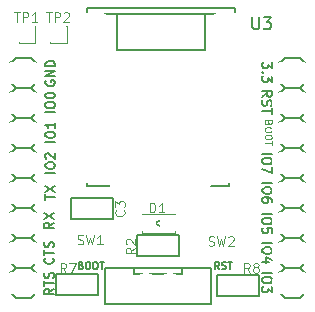
<source format=gto>
G04 #@! TF.GenerationSoftware,KiCad,Pcbnew,(5.1.2)-1*
G04 #@! TF.CreationDate,2022-10-09T20:42:29+09:00*
G04 #@! TF.ProjectId,ble5,626c6535-2e6b-4696-9361-645f70636258,v2.1*
G04 #@! TF.SameCoordinates,Original*
G04 #@! TF.FileFunction,Legend,Top*
G04 #@! TF.FilePolarity,Positive*
%FSLAX46Y46*%
G04 Gerber Fmt 4.6, Leading zero omitted, Abs format (unit mm)*
G04 Created by KiCad (PCBNEW (5.1.2)-1) date 2022-10-09 20:42:29*
%MOMM*%
%LPD*%
G04 APERTURE LIST*
%ADD10C,0.150000*%
%ADD11C,0.200000*%
%ADD12C,0.120000*%
%ADD13C,0.180000*%
%ADD14C,0.066040*%
%ADD15C,0.127000*%
%ADD16C,0.152400*%
%ADD17C,0.100000*%
%ADD18O,2.800000X1.200000*%
%ADD19O,1.200000X2.800000*%
%ADD20R,1.400000X1.400000*%
%ADD21R,1.500000X1.400000*%
%ADD22R,1.449020X1.479500*%
%ADD23O,3.448000X1.924000*%
%ADD24R,1.450000X1.050000*%
%ADD25O,1.924000X2.200000*%
G04 APERTURE END LIST*
D10*
X130871428Y-61071428D02*
X130671428Y-60785714D01*
X130528571Y-61071428D02*
X130528571Y-60471428D01*
X130757142Y-60471428D01*
X130814285Y-60500000D01*
X130842857Y-60528571D01*
X130871428Y-60585714D01*
X130871428Y-60671428D01*
X130842857Y-60728571D01*
X130814285Y-60757142D01*
X130757142Y-60785714D01*
X130528571Y-60785714D01*
X131100000Y-61042857D02*
X131185714Y-61071428D01*
X131328571Y-61071428D01*
X131385714Y-61042857D01*
X131414285Y-61014285D01*
X131442857Y-60957142D01*
X131442857Y-60900000D01*
X131414285Y-60842857D01*
X131385714Y-60814285D01*
X131328571Y-60785714D01*
X131214285Y-60757142D01*
X131157142Y-60728571D01*
X131128571Y-60700000D01*
X131100000Y-60642857D01*
X131100000Y-60585714D01*
X131128571Y-60528571D01*
X131157142Y-60500000D01*
X131214285Y-60471428D01*
X131357142Y-60471428D01*
X131442857Y-60500000D01*
X131614285Y-60471428D02*
X131957142Y-60471428D01*
X131785714Y-61071428D02*
X131785714Y-60471428D01*
X119185714Y-60757142D02*
X119271428Y-60785714D01*
X119300000Y-60814285D01*
X119328571Y-60871428D01*
X119328571Y-60957142D01*
X119300000Y-61014285D01*
X119271428Y-61042857D01*
X119214285Y-61071428D01*
X118985714Y-61071428D01*
X118985714Y-60471428D01*
X119185714Y-60471428D01*
X119242857Y-60500000D01*
X119271428Y-60528571D01*
X119300000Y-60585714D01*
X119300000Y-60642857D01*
X119271428Y-60700000D01*
X119242857Y-60728571D01*
X119185714Y-60757142D01*
X118985714Y-60757142D01*
X119700000Y-60471428D02*
X119814285Y-60471428D01*
X119871428Y-60500000D01*
X119928571Y-60557142D01*
X119957142Y-60671428D01*
X119957142Y-60871428D01*
X119928571Y-60985714D01*
X119871428Y-61042857D01*
X119814285Y-61071428D01*
X119700000Y-61071428D01*
X119642857Y-61042857D01*
X119585714Y-60985714D01*
X119557142Y-60871428D01*
X119557142Y-60671428D01*
X119585714Y-60557142D01*
X119642857Y-60500000D01*
X119700000Y-60471428D01*
X120328571Y-60471428D02*
X120442857Y-60471428D01*
X120500000Y-60500000D01*
X120557142Y-60557142D01*
X120585714Y-60671428D01*
X120585714Y-60871428D01*
X120557142Y-60985714D01*
X120500000Y-61042857D01*
X120442857Y-61071428D01*
X120328571Y-61071428D01*
X120271428Y-61042857D01*
X120214285Y-60985714D01*
X120185714Y-60871428D01*
X120185714Y-60671428D01*
X120214285Y-60557142D01*
X120271428Y-60500000D01*
X120328571Y-60471428D01*
X120757142Y-60471428D02*
X121100000Y-60471428D01*
X120928571Y-61071428D02*
X120928571Y-60471428D01*
D11*
X135338095Y-43561904D02*
X135338095Y-44057142D01*
X135033333Y-43790476D01*
X135033333Y-43904761D01*
X134995238Y-43980952D01*
X134957142Y-44019047D01*
X134880952Y-44057142D01*
X134690476Y-44057142D01*
X134614285Y-44019047D01*
X134576190Y-43980952D01*
X134538095Y-43904761D01*
X134538095Y-43676190D01*
X134576190Y-43600000D01*
X134614285Y-43561904D01*
X134614285Y-44400000D02*
X134576190Y-44438095D01*
X134538095Y-44400000D01*
X134576190Y-44361904D01*
X134614285Y-44400000D01*
X134538095Y-44400000D01*
X135338095Y-44704761D02*
X135338095Y-45200000D01*
X135033333Y-44933333D01*
X135033333Y-45047619D01*
X134995238Y-45123809D01*
X134957142Y-45161904D01*
X134880952Y-45200000D01*
X134690476Y-45200000D01*
X134614285Y-45161904D01*
X134576190Y-45123809D01*
X134538095Y-45047619D01*
X134538095Y-44819047D01*
X134576190Y-44742857D01*
X134614285Y-44704761D01*
X134538095Y-46461904D02*
X134919047Y-46195238D01*
X134538095Y-46004761D02*
X135338095Y-46004761D01*
X135338095Y-46309523D01*
X135300000Y-46385714D01*
X135261904Y-46423809D01*
X135185714Y-46461904D01*
X135071428Y-46461904D01*
X134995238Y-46423809D01*
X134957142Y-46385714D01*
X134919047Y-46309523D01*
X134919047Y-46004761D01*
X134576190Y-46766666D02*
X134538095Y-46880952D01*
X134538095Y-47071428D01*
X134576190Y-47147619D01*
X134614285Y-47185714D01*
X134690476Y-47223809D01*
X134766666Y-47223809D01*
X134842857Y-47185714D01*
X134880952Y-47147619D01*
X134919047Y-47071428D01*
X134957142Y-46919047D01*
X134995238Y-46842857D01*
X135033333Y-46804761D01*
X135109523Y-46766666D01*
X135185714Y-46766666D01*
X135261904Y-46804761D01*
X135300000Y-46842857D01*
X135338095Y-46919047D01*
X135338095Y-47109523D01*
X135300000Y-47223809D01*
X135338095Y-47452380D02*
X135338095Y-47909523D01*
X134538095Y-47680952D02*
X135338095Y-47680952D01*
D12*
X135042857Y-48685714D02*
X135014285Y-48771428D01*
X134985714Y-48800000D01*
X134928571Y-48828571D01*
X134842857Y-48828571D01*
X134785714Y-48800000D01*
X134757142Y-48771428D01*
X134728571Y-48714285D01*
X134728571Y-48485714D01*
X135328571Y-48485714D01*
X135328571Y-48685714D01*
X135300000Y-48742857D01*
X135271428Y-48771428D01*
X135214285Y-48800000D01*
X135157142Y-48800000D01*
X135100000Y-48771428D01*
X135071428Y-48742857D01*
X135042857Y-48685714D01*
X135042857Y-48485714D01*
X135328571Y-49200000D02*
X135328571Y-49314285D01*
X135300000Y-49371428D01*
X135242857Y-49428571D01*
X135128571Y-49457142D01*
X134928571Y-49457142D01*
X134814285Y-49428571D01*
X134757142Y-49371428D01*
X134728571Y-49314285D01*
X134728571Y-49200000D01*
X134757142Y-49142857D01*
X134814285Y-49085714D01*
X134928571Y-49057142D01*
X135128571Y-49057142D01*
X135242857Y-49085714D01*
X135300000Y-49142857D01*
X135328571Y-49200000D01*
X135328571Y-49828571D02*
X135328571Y-49942857D01*
X135300000Y-50000000D01*
X135242857Y-50057142D01*
X135128571Y-50085714D01*
X134928571Y-50085714D01*
X134814285Y-50057142D01*
X134757142Y-50000000D01*
X134728571Y-49942857D01*
X134728571Y-49828571D01*
X134757142Y-49771428D01*
X134814285Y-49714285D01*
X134928571Y-49685714D01*
X135128571Y-49685714D01*
X135242857Y-49714285D01*
X135300000Y-49771428D01*
X135328571Y-49828571D01*
X135328571Y-50257142D02*
X135328571Y-50600000D01*
X134728571Y-50428571D02*
X135328571Y-50428571D01*
D11*
X134538095Y-51300000D02*
X135338095Y-51300000D01*
X135338095Y-51833333D02*
X135338095Y-51985714D01*
X135300000Y-52061904D01*
X135223809Y-52138095D01*
X135071428Y-52176190D01*
X134804761Y-52176190D01*
X134652380Y-52138095D01*
X134576190Y-52061904D01*
X134538095Y-51985714D01*
X134538095Y-51833333D01*
X134576190Y-51757142D01*
X134652380Y-51680952D01*
X134804761Y-51642857D01*
X135071428Y-51642857D01*
X135223809Y-51680952D01*
X135300000Y-51757142D01*
X135338095Y-51833333D01*
X135338095Y-52442857D02*
X135338095Y-52976190D01*
X134538095Y-52633333D01*
X134538095Y-53800000D02*
X135338095Y-53800000D01*
X135338095Y-54333333D02*
X135338095Y-54485714D01*
X135300000Y-54561904D01*
X135223809Y-54638095D01*
X135071428Y-54676190D01*
X134804761Y-54676190D01*
X134652380Y-54638095D01*
X134576190Y-54561904D01*
X134538095Y-54485714D01*
X134538095Y-54333333D01*
X134576190Y-54257142D01*
X134652380Y-54180952D01*
X134804761Y-54142857D01*
X135071428Y-54142857D01*
X135223809Y-54180952D01*
X135300000Y-54257142D01*
X135338095Y-54333333D01*
X135338095Y-55361904D02*
X135338095Y-55209523D01*
X135300000Y-55133333D01*
X135261904Y-55095238D01*
X135147619Y-55019047D01*
X134995238Y-54980952D01*
X134690476Y-54980952D01*
X134614285Y-55019047D01*
X134576190Y-55057142D01*
X134538095Y-55133333D01*
X134538095Y-55285714D01*
X134576190Y-55361904D01*
X134614285Y-55400000D01*
X134690476Y-55438095D01*
X134880952Y-55438095D01*
X134957142Y-55400000D01*
X134995238Y-55361904D01*
X135033333Y-55285714D01*
X135033333Y-55133333D01*
X134995238Y-55057142D01*
X134957142Y-55019047D01*
X134880952Y-54980952D01*
X134538095Y-56400000D02*
X135338095Y-56400000D01*
X135338095Y-56933333D02*
X135338095Y-57085714D01*
X135300000Y-57161904D01*
X135223809Y-57238095D01*
X135071428Y-57276190D01*
X134804761Y-57276190D01*
X134652380Y-57238095D01*
X134576190Y-57161904D01*
X134538095Y-57085714D01*
X134538095Y-56933333D01*
X134576190Y-56857142D01*
X134652380Y-56780952D01*
X134804761Y-56742857D01*
X135071428Y-56742857D01*
X135223809Y-56780952D01*
X135300000Y-56857142D01*
X135338095Y-56933333D01*
X135338095Y-58000000D02*
X135338095Y-57619047D01*
X134957142Y-57580952D01*
X134995238Y-57619047D01*
X135033333Y-57695238D01*
X135033333Y-57885714D01*
X134995238Y-57961904D01*
X134957142Y-58000000D01*
X134880952Y-58038095D01*
X134690476Y-58038095D01*
X134614285Y-58000000D01*
X134576190Y-57961904D01*
X134538095Y-57885714D01*
X134538095Y-57695238D01*
X134576190Y-57619047D01*
X134614285Y-57580952D01*
X134538095Y-58900000D02*
X135338095Y-58900000D01*
X135338095Y-59433333D02*
X135338095Y-59585714D01*
X135300000Y-59661904D01*
X135223809Y-59738095D01*
X135071428Y-59776190D01*
X134804761Y-59776190D01*
X134652380Y-59738095D01*
X134576190Y-59661904D01*
X134538095Y-59585714D01*
X134538095Y-59433333D01*
X134576190Y-59357142D01*
X134652380Y-59280952D01*
X134804761Y-59242857D01*
X135071428Y-59242857D01*
X135223809Y-59280952D01*
X135300000Y-59357142D01*
X135338095Y-59433333D01*
X135071428Y-60461904D02*
X134538095Y-60461904D01*
X135376190Y-60271428D02*
X134804761Y-60080952D01*
X134804761Y-60576190D01*
X134538095Y-61400000D02*
X135338095Y-61400000D01*
X135338095Y-61933333D02*
X135338095Y-62085714D01*
X135300000Y-62161904D01*
X135223809Y-62238095D01*
X135071428Y-62276190D01*
X134804761Y-62276190D01*
X134652380Y-62238095D01*
X134576190Y-62161904D01*
X134538095Y-62085714D01*
X134538095Y-61933333D01*
X134576190Y-61857142D01*
X134652380Y-61780952D01*
X134804761Y-61742857D01*
X135071428Y-61742857D01*
X135223809Y-61780952D01*
X135300000Y-61857142D01*
X135338095Y-61933333D01*
X135338095Y-62542857D02*
X135338095Y-63038095D01*
X135033333Y-62771428D01*
X135033333Y-62885714D01*
X134995238Y-62961904D01*
X134957142Y-63000000D01*
X134880952Y-63038095D01*
X134690476Y-63038095D01*
X134614285Y-63000000D01*
X134576190Y-62961904D01*
X134538095Y-62885714D01*
X134538095Y-62657142D01*
X134576190Y-62580952D01*
X134614285Y-62542857D01*
X116861904Y-62738095D02*
X116480952Y-63004761D01*
X116861904Y-63195238D02*
X116061904Y-63195238D01*
X116061904Y-62890476D01*
X116100000Y-62814285D01*
X116138095Y-62776190D01*
X116214285Y-62738095D01*
X116328571Y-62738095D01*
X116404761Y-62776190D01*
X116442857Y-62814285D01*
X116480952Y-62890476D01*
X116480952Y-63195238D01*
X116061904Y-62509523D02*
X116061904Y-62052380D01*
X116861904Y-62280952D02*
X116061904Y-62280952D01*
X116823809Y-61823809D02*
X116861904Y-61709523D01*
X116861904Y-61519047D01*
X116823809Y-61442857D01*
X116785714Y-61404761D01*
X116709523Y-61366666D01*
X116633333Y-61366666D01*
X116557142Y-61404761D01*
X116519047Y-61442857D01*
X116480952Y-61519047D01*
X116442857Y-61671428D01*
X116404761Y-61747619D01*
X116366666Y-61785714D01*
X116290476Y-61823809D01*
X116214285Y-61823809D01*
X116138095Y-61785714D01*
X116100000Y-61747619D01*
X116061904Y-61671428D01*
X116061904Y-61480952D01*
X116100000Y-61366666D01*
X116785714Y-60138095D02*
X116823809Y-60176190D01*
X116861904Y-60290476D01*
X116861904Y-60366666D01*
X116823809Y-60480952D01*
X116747619Y-60557142D01*
X116671428Y-60595238D01*
X116519047Y-60633333D01*
X116404761Y-60633333D01*
X116252380Y-60595238D01*
X116176190Y-60557142D01*
X116100000Y-60480952D01*
X116061904Y-60366666D01*
X116061904Y-60290476D01*
X116100000Y-60176190D01*
X116138095Y-60138095D01*
X116061904Y-59909523D02*
X116061904Y-59452380D01*
X116861904Y-59680952D02*
X116061904Y-59680952D01*
X116823809Y-59223809D02*
X116861904Y-59109523D01*
X116861904Y-58919047D01*
X116823809Y-58842857D01*
X116785714Y-58804761D01*
X116709523Y-58766666D01*
X116633333Y-58766666D01*
X116557142Y-58804761D01*
X116519047Y-58842857D01*
X116480952Y-58919047D01*
X116442857Y-59071428D01*
X116404761Y-59147619D01*
X116366666Y-59185714D01*
X116290476Y-59223809D01*
X116214285Y-59223809D01*
X116138095Y-59185714D01*
X116100000Y-59147619D01*
X116061904Y-59071428D01*
X116061904Y-58880952D01*
X116100000Y-58766666D01*
X116861904Y-57133333D02*
X116480952Y-57400000D01*
X116861904Y-57590476D02*
X116061904Y-57590476D01*
X116061904Y-57285714D01*
X116100000Y-57209523D01*
X116138095Y-57171428D01*
X116214285Y-57133333D01*
X116328571Y-57133333D01*
X116404761Y-57171428D01*
X116442857Y-57209523D01*
X116480952Y-57285714D01*
X116480952Y-57590476D01*
X116061904Y-56866666D02*
X116861904Y-56333333D01*
X116061904Y-56333333D02*
X116861904Y-56866666D01*
X116161904Y-55209523D02*
X116161904Y-54752380D01*
X116961904Y-54980952D02*
X116161904Y-54980952D01*
X116161904Y-54561904D02*
X116961904Y-54028571D01*
X116161904Y-54028571D02*
X116961904Y-54561904D01*
X116961904Y-52900000D02*
X116161904Y-52900000D01*
X116161904Y-52366666D02*
X116161904Y-52214285D01*
X116200000Y-52138095D01*
X116276190Y-52061904D01*
X116428571Y-52023809D01*
X116695238Y-52023809D01*
X116847619Y-52061904D01*
X116923809Y-52138095D01*
X116961904Y-52214285D01*
X116961904Y-52366666D01*
X116923809Y-52442857D01*
X116847619Y-52519047D01*
X116695238Y-52557142D01*
X116428571Y-52557142D01*
X116276190Y-52519047D01*
X116200000Y-52442857D01*
X116161904Y-52366666D01*
X116238095Y-51719047D02*
X116200000Y-51680952D01*
X116161904Y-51604761D01*
X116161904Y-51414285D01*
X116200000Y-51338095D01*
X116238095Y-51300000D01*
X116314285Y-51261904D01*
X116390476Y-51261904D01*
X116504761Y-51300000D01*
X116961904Y-51757142D01*
X116961904Y-51261904D01*
X116961904Y-50300000D02*
X116161904Y-50300000D01*
X116161904Y-49766666D02*
X116161904Y-49614285D01*
X116200000Y-49538095D01*
X116276190Y-49461904D01*
X116428571Y-49423809D01*
X116695238Y-49423809D01*
X116847619Y-49461904D01*
X116923809Y-49538095D01*
X116961904Y-49614285D01*
X116961904Y-49766666D01*
X116923809Y-49842857D01*
X116847619Y-49919047D01*
X116695238Y-49957142D01*
X116428571Y-49957142D01*
X116276190Y-49919047D01*
X116200000Y-49842857D01*
X116161904Y-49766666D01*
X116961904Y-48661904D02*
X116961904Y-49119047D01*
X116961904Y-48890476D02*
X116161904Y-48890476D01*
X116276190Y-48966666D01*
X116352380Y-49042857D01*
X116390476Y-49119047D01*
X116961904Y-47800000D02*
X116161904Y-47800000D01*
X116161904Y-47266666D02*
X116161904Y-47114285D01*
X116200000Y-47038095D01*
X116276190Y-46961904D01*
X116428571Y-46923809D01*
X116695238Y-46923809D01*
X116847619Y-46961904D01*
X116923809Y-47038095D01*
X116961904Y-47114285D01*
X116961904Y-47266666D01*
X116923809Y-47342857D01*
X116847619Y-47419047D01*
X116695238Y-47457142D01*
X116428571Y-47457142D01*
X116276190Y-47419047D01*
X116200000Y-47342857D01*
X116161904Y-47266666D01*
X116161904Y-46428571D02*
X116161904Y-46352380D01*
X116200000Y-46276190D01*
X116238095Y-46238095D01*
X116314285Y-46200000D01*
X116466666Y-46161904D01*
X116657142Y-46161904D01*
X116809523Y-46200000D01*
X116885714Y-46238095D01*
X116923809Y-46276190D01*
X116961904Y-46352380D01*
X116961904Y-46428571D01*
X116923809Y-46504761D01*
X116885714Y-46542857D01*
X116809523Y-46580952D01*
X116657142Y-46619047D01*
X116466666Y-46619047D01*
X116314285Y-46580952D01*
X116238095Y-46542857D01*
X116200000Y-46504761D01*
X116161904Y-46428571D01*
X116200000Y-45109523D02*
X116161904Y-45185714D01*
X116161904Y-45300000D01*
X116200000Y-45414285D01*
X116276190Y-45490476D01*
X116352380Y-45528571D01*
X116504761Y-45566666D01*
X116619047Y-45566666D01*
X116771428Y-45528571D01*
X116847619Y-45490476D01*
X116923809Y-45414285D01*
X116961904Y-45300000D01*
X116961904Y-45223809D01*
X116923809Y-45109523D01*
X116885714Y-45071428D01*
X116619047Y-45071428D01*
X116619047Y-45223809D01*
X116961904Y-44728571D02*
X116161904Y-44728571D01*
X116961904Y-44271428D01*
X116161904Y-44271428D01*
X116961904Y-43890476D02*
X116161904Y-43890476D01*
X116161904Y-43700000D01*
X116200000Y-43585714D01*
X116276190Y-43509523D01*
X116352380Y-43471428D01*
X116504761Y-43433333D01*
X116619047Y-43433333D01*
X116771428Y-43471428D01*
X116847619Y-43509523D01*
X116923809Y-43585714D01*
X116961904Y-43700000D01*
X116961904Y-43890476D01*
D10*
X131700000Y-54000000D02*
X131700000Y-53500000D01*
X119700000Y-54000000D02*
X119700000Y-53500000D01*
X119700000Y-39000000D02*
X119700000Y-39500000D01*
X132200000Y-39000000D02*
X119700000Y-39000000D01*
X132200000Y-39500000D02*
X132200000Y-39000000D01*
X122200000Y-39500000D02*
X119700000Y-39500000D01*
X132200000Y-39500000D02*
X129700000Y-39500000D01*
X130200000Y-54000000D02*
X131700000Y-54000000D01*
X119700000Y-54000000D02*
X121700000Y-54000000D01*
X129700000Y-39500000D02*
X122200000Y-39500000D01*
X129700000Y-42500000D02*
X129700000Y-39500000D01*
X122200000Y-42500000D02*
X129700000Y-42500000D01*
X122200000Y-39500000D02*
X122200000Y-42500000D01*
D12*
X116550000Y-41900000D02*
X116550000Y-40500000D01*
X117950000Y-41900000D02*
X116550000Y-41900000D01*
X117950000Y-40500000D02*
X117950000Y-41900000D01*
X116550000Y-40500000D02*
X117950000Y-40500000D01*
X113900000Y-41900000D02*
X113900000Y-40500000D01*
X115300000Y-41900000D02*
X113900000Y-41900000D01*
X115300000Y-40500000D02*
X115300000Y-41900000D01*
X113900000Y-40500000D02*
X115300000Y-40500000D01*
D13*
X121878000Y-55061000D02*
X121878000Y-56839000D01*
X118322000Y-55061000D02*
X121878000Y-55061000D01*
X118322000Y-56839000D02*
X118322000Y-55061000D01*
X121878000Y-56839000D02*
X118322000Y-56839000D01*
X123922000Y-58211000D02*
X127478000Y-58211000D01*
X127478000Y-58211000D02*
X127478000Y-59989000D01*
X127478000Y-59989000D02*
X123922000Y-59989000D01*
X123922000Y-59989000D02*
X123922000Y-58211000D01*
D14*
X126497560Y-56801220D02*
X126149580Y-56801220D01*
X126149580Y-56801220D02*
X126149580Y-57598780D01*
X126497560Y-57598780D02*
X126149580Y-57598780D01*
X126497560Y-56801220D02*
X126497560Y-57598780D01*
X125250420Y-56801220D02*
X124902440Y-56801220D01*
X124902440Y-56801220D02*
X124902440Y-57598780D01*
X125250420Y-57598780D02*
X124902440Y-57598780D01*
X125250420Y-56801220D02*
X125250420Y-57598780D01*
X127099540Y-56402440D02*
X124300460Y-56402440D01*
X124300460Y-56402440D02*
X124300460Y-57997560D01*
X127099540Y-57997560D02*
X124300460Y-57997560D01*
X127099540Y-56402440D02*
X127099540Y-57997560D01*
D15*
X125382500Y-57517500D02*
X125382500Y-56882500D01*
X125382500Y-57200000D02*
X126017500Y-57517500D01*
X126017500Y-57517500D02*
X126017500Y-56882500D01*
X126017500Y-56882500D02*
X125382500Y-57200000D01*
D14*
X114046000Y-59436000D02*
X114046000Y-59944000D01*
X114046000Y-59944000D02*
X114554000Y-59944000D01*
X114554000Y-59436000D02*
X114554000Y-59944000D01*
X114046000Y-59436000D02*
X114554000Y-59436000D01*
X114046000Y-56896000D02*
X114046000Y-57404000D01*
X114046000Y-57404000D02*
X114554000Y-57404000D01*
X114554000Y-56896000D02*
X114554000Y-57404000D01*
X114046000Y-56896000D02*
X114554000Y-56896000D01*
X114046000Y-54356000D02*
X114046000Y-54864000D01*
X114046000Y-54864000D02*
X114554000Y-54864000D01*
X114554000Y-54356000D02*
X114554000Y-54864000D01*
X114046000Y-54356000D02*
X114554000Y-54356000D01*
X114046000Y-51816000D02*
X114046000Y-52324000D01*
X114046000Y-52324000D02*
X114554000Y-52324000D01*
X114554000Y-51816000D02*
X114554000Y-52324000D01*
X114046000Y-51816000D02*
X114554000Y-51816000D01*
X114046000Y-49276000D02*
X114046000Y-49784000D01*
X114046000Y-49784000D02*
X114554000Y-49784000D01*
X114554000Y-49276000D02*
X114554000Y-49784000D01*
X114046000Y-49276000D02*
X114554000Y-49276000D01*
X114046000Y-46736000D02*
X114046000Y-47244000D01*
X114046000Y-47244000D02*
X114554000Y-47244000D01*
X114554000Y-46736000D02*
X114554000Y-47244000D01*
X114046000Y-46736000D02*
X114554000Y-46736000D01*
X114046000Y-44196000D02*
X114046000Y-44704000D01*
X114046000Y-44704000D02*
X114554000Y-44704000D01*
X114554000Y-44196000D02*
X114554000Y-44704000D01*
X114046000Y-44196000D02*
X114554000Y-44196000D01*
X114046000Y-61976000D02*
X114046000Y-62484000D01*
X114046000Y-62484000D02*
X114554000Y-62484000D01*
X114554000Y-61976000D02*
X114554000Y-62484000D01*
X114046000Y-61976000D02*
X114554000Y-61976000D01*
D16*
X115570000Y-59055000D02*
X115570000Y-60325000D01*
X115570000Y-60325000D02*
X114935000Y-60960000D01*
X114935000Y-60960000D02*
X113665000Y-60960000D01*
X113665000Y-60960000D02*
X113030000Y-60325000D01*
X114935000Y-55880000D02*
X115570000Y-56515000D01*
X115570000Y-56515000D02*
X115570000Y-57785000D01*
X115570000Y-57785000D02*
X114935000Y-58420000D01*
X114935000Y-58420000D02*
X113665000Y-58420000D01*
X113665000Y-58420000D02*
X113030000Y-57785000D01*
X113030000Y-57785000D02*
X113030000Y-56515000D01*
X113030000Y-56515000D02*
X113665000Y-55880000D01*
X115570000Y-59055000D02*
X114935000Y-58420000D01*
X113665000Y-58420000D02*
X113030000Y-59055000D01*
X113030000Y-60325000D02*
X113030000Y-59055000D01*
X115570000Y-51435000D02*
X115570000Y-52705000D01*
X115570000Y-52705000D02*
X114935000Y-53340000D01*
X114935000Y-53340000D02*
X113665000Y-53340000D01*
X113665000Y-53340000D02*
X113030000Y-52705000D01*
X114935000Y-53340000D02*
X115570000Y-53975000D01*
X115570000Y-53975000D02*
X115570000Y-55245000D01*
X115570000Y-55245000D02*
X114935000Y-55880000D01*
X114935000Y-55880000D02*
X113665000Y-55880000D01*
X113665000Y-55880000D02*
X113030000Y-55245000D01*
X113030000Y-55245000D02*
X113030000Y-53975000D01*
X113030000Y-53975000D02*
X113665000Y-53340000D01*
X114935000Y-48260000D02*
X115570000Y-48895000D01*
X115570000Y-48895000D02*
X115570000Y-50165000D01*
X115570000Y-50165000D02*
X114935000Y-50800000D01*
X114935000Y-50800000D02*
X113665000Y-50800000D01*
X113665000Y-50800000D02*
X113030000Y-50165000D01*
X113030000Y-50165000D02*
X113030000Y-48895000D01*
X113030000Y-48895000D02*
X113665000Y-48260000D01*
X115570000Y-51435000D02*
X114935000Y-50800000D01*
X113665000Y-50800000D02*
X113030000Y-51435000D01*
X113030000Y-52705000D02*
X113030000Y-51435000D01*
X115570000Y-43815000D02*
X115570000Y-45085000D01*
X115570000Y-45085000D02*
X114935000Y-45720000D01*
X114935000Y-45720000D02*
X113665000Y-45720000D01*
X113665000Y-45720000D02*
X113030000Y-45085000D01*
X114935000Y-45720000D02*
X115570000Y-46355000D01*
X115570000Y-46355000D02*
X115570000Y-47625000D01*
X115570000Y-47625000D02*
X114935000Y-48260000D01*
X114935000Y-48260000D02*
X113665000Y-48260000D01*
X113665000Y-48260000D02*
X113030000Y-47625000D01*
X113030000Y-47625000D02*
X113030000Y-46355000D01*
X113030000Y-46355000D02*
X113665000Y-45720000D01*
X114935000Y-43180000D02*
X113665000Y-43180000D01*
X115570000Y-43815000D02*
X114935000Y-43180000D01*
X113665000Y-43180000D02*
X113030000Y-43815000D01*
X113030000Y-45085000D02*
X113030000Y-43815000D01*
X115570000Y-61595000D02*
X115570000Y-62865000D01*
X115570000Y-62865000D02*
X114935000Y-63500000D01*
X114935000Y-63500000D02*
X113665000Y-63500000D01*
X113665000Y-63500000D02*
X113030000Y-62865000D01*
X115570000Y-61595000D02*
X114935000Y-60960000D01*
X113665000Y-60960000D02*
X113030000Y-61595000D01*
X113030000Y-62865000D02*
X113030000Y-61595000D01*
X138320000Y-43815000D02*
X138320000Y-45085000D01*
X137685000Y-45720000D02*
X138320000Y-45085000D01*
X135780000Y-45085000D02*
X136415000Y-45720000D01*
X137685000Y-43180000D02*
X138320000Y-43815000D01*
X136415000Y-43180000D02*
X137685000Y-43180000D01*
X135780000Y-43815000D02*
X136415000Y-43180000D01*
X135780000Y-45085000D02*
X135780000Y-43815000D01*
X138320000Y-61595000D02*
X138320000Y-62865000D01*
X137685000Y-63500000D02*
X138320000Y-62865000D01*
X135780000Y-62865000D02*
X136415000Y-63500000D01*
X136415000Y-63500000D02*
X137685000Y-63500000D01*
X138320000Y-60325000D02*
X137685000Y-60960000D01*
X138320000Y-59055000D02*
X138320000Y-60325000D01*
X137685000Y-58420000D02*
X138320000Y-59055000D01*
X136415000Y-58420000D02*
X137685000Y-58420000D01*
X135780000Y-59055000D02*
X136415000Y-58420000D01*
X135780000Y-60325000D02*
X135780000Y-59055000D01*
X136415000Y-60960000D02*
X135780000Y-60325000D01*
X137685000Y-60960000D02*
X138320000Y-61595000D01*
X136415000Y-60960000D02*
X137685000Y-60960000D01*
X135780000Y-61595000D02*
X136415000Y-60960000D01*
X135780000Y-62865000D02*
X135780000Y-61595000D01*
X138320000Y-53975000D02*
X138320000Y-55245000D01*
X137685000Y-55880000D02*
X138320000Y-55245000D01*
X135780000Y-55245000D02*
X136415000Y-55880000D01*
X138320000Y-57785000D02*
X137685000Y-58420000D01*
X138320000Y-56515000D02*
X138320000Y-57785000D01*
X137685000Y-55880000D02*
X138320000Y-56515000D01*
X136415000Y-55880000D02*
X137685000Y-55880000D01*
X135780000Y-56515000D02*
X136415000Y-55880000D01*
X135780000Y-57785000D02*
X135780000Y-56515000D01*
X136415000Y-58420000D02*
X135780000Y-57785000D01*
X138320000Y-52705000D02*
X137685000Y-53340000D01*
X138320000Y-51435000D02*
X138320000Y-52705000D01*
X137685000Y-50800000D02*
X138320000Y-51435000D01*
X136415000Y-50800000D02*
X137685000Y-50800000D01*
X135780000Y-51435000D02*
X136415000Y-50800000D01*
X135780000Y-52705000D02*
X135780000Y-51435000D01*
X136415000Y-53340000D02*
X135780000Y-52705000D01*
X137685000Y-53340000D02*
X138320000Y-53975000D01*
X136415000Y-53340000D02*
X137685000Y-53340000D01*
X135780000Y-53975000D02*
X136415000Y-53340000D01*
X135780000Y-55245000D02*
X135780000Y-53975000D01*
X138320000Y-46355000D02*
X138320000Y-47625000D01*
X137685000Y-48260000D02*
X138320000Y-47625000D01*
X135780000Y-47625000D02*
X136415000Y-48260000D01*
X138320000Y-50165000D02*
X137685000Y-50800000D01*
X138320000Y-48895000D02*
X138320000Y-50165000D01*
X137685000Y-48260000D02*
X138320000Y-48895000D01*
X136415000Y-48260000D02*
X137685000Y-48260000D01*
X135780000Y-48895000D02*
X136415000Y-48260000D01*
X135780000Y-50165000D02*
X135780000Y-48895000D01*
X136415000Y-50800000D02*
X135780000Y-50165000D01*
X137685000Y-45720000D02*
X138320000Y-46355000D01*
X136415000Y-45720000D02*
X137685000Y-45720000D01*
X135780000Y-46355000D02*
X136415000Y-45720000D01*
X135780000Y-47625000D02*
X135780000Y-46355000D01*
D14*
X137304000Y-44704000D02*
X136796000Y-44704000D01*
X136796000Y-44704000D02*
X136796000Y-44196000D01*
X137304000Y-44196000D02*
X136796000Y-44196000D01*
X137304000Y-44704000D02*
X137304000Y-44196000D01*
X137304000Y-62484000D02*
X136796000Y-62484000D01*
X136796000Y-62484000D02*
X136796000Y-61976000D01*
X137304000Y-61976000D02*
X136796000Y-61976000D01*
X137304000Y-62484000D02*
X137304000Y-61976000D01*
X137304000Y-59944000D02*
X136796000Y-59944000D01*
X136796000Y-59944000D02*
X136796000Y-59436000D01*
X137304000Y-59436000D02*
X136796000Y-59436000D01*
X137304000Y-59944000D02*
X137304000Y-59436000D01*
X137304000Y-57404000D02*
X136796000Y-57404000D01*
X136796000Y-57404000D02*
X136796000Y-56896000D01*
X137304000Y-56896000D02*
X136796000Y-56896000D01*
X137304000Y-57404000D02*
X137304000Y-56896000D01*
X137304000Y-54864000D02*
X136796000Y-54864000D01*
X136796000Y-54864000D02*
X136796000Y-54356000D01*
X137304000Y-54356000D02*
X136796000Y-54356000D01*
X137304000Y-54864000D02*
X137304000Y-54356000D01*
X137304000Y-52324000D02*
X136796000Y-52324000D01*
X136796000Y-52324000D02*
X136796000Y-51816000D01*
X137304000Y-51816000D02*
X136796000Y-51816000D01*
X137304000Y-52324000D02*
X137304000Y-51816000D01*
X137304000Y-49784000D02*
X136796000Y-49784000D01*
X136796000Y-49784000D02*
X136796000Y-49276000D01*
X137304000Y-49276000D02*
X136796000Y-49276000D01*
X137304000Y-49784000D02*
X137304000Y-49276000D01*
X137304000Y-47244000D02*
X136796000Y-47244000D01*
X136796000Y-47244000D02*
X136796000Y-46736000D01*
X137304000Y-46736000D02*
X136796000Y-46736000D01*
X137304000Y-47244000D02*
X137304000Y-46736000D01*
D13*
X120578000Y-63289000D02*
X117022000Y-63289000D01*
X117022000Y-63289000D02*
X117022000Y-61511000D01*
X117022000Y-61511000D02*
X120578000Y-61511000D01*
X120578000Y-61511000D02*
X120578000Y-63289000D01*
X130722000Y-63389000D02*
X130722000Y-61611000D01*
X134278000Y-63389000D02*
X130722000Y-63389000D01*
X134278000Y-61611000D02*
X134278000Y-63389000D01*
X130722000Y-61611000D02*
X134278000Y-61611000D01*
D10*
X123700000Y-61000000D02*
X123700000Y-61500000D01*
X123700000Y-61500000D02*
X127700000Y-61500000D01*
X127700000Y-61500000D02*
X127700000Y-61000000D01*
X125700000Y-61000000D02*
X130200000Y-61000000D01*
X130200000Y-61000000D02*
X130200000Y-64000000D01*
X130200000Y-64000000D02*
X121200000Y-64000000D01*
X121200000Y-64000000D02*
X121200000Y-61000000D01*
X121200000Y-61000000D02*
X125700000Y-61000000D01*
X133688095Y-39752380D02*
X133688095Y-40561904D01*
X133735714Y-40657142D01*
X133783333Y-40704761D01*
X133878571Y-40752380D01*
X134069047Y-40752380D01*
X134164285Y-40704761D01*
X134211904Y-40657142D01*
X134259523Y-40561904D01*
X134259523Y-39752380D01*
X134640476Y-39752380D02*
X135259523Y-39752380D01*
X134926190Y-40133333D01*
X135069047Y-40133333D01*
X135164285Y-40180952D01*
X135211904Y-40228571D01*
X135259523Y-40323809D01*
X135259523Y-40561904D01*
X135211904Y-40657142D01*
X135164285Y-40704761D01*
X135069047Y-40752380D01*
X134783333Y-40752380D01*
X134688095Y-40704761D01*
X134640476Y-40657142D01*
D12*
X116240476Y-39311904D02*
X116697619Y-39311904D01*
X116469047Y-40111904D02*
X116469047Y-39311904D01*
X116964285Y-40111904D02*
X116964285Y-39311904D01*
X117269047Y-39311904D01*
X117345238Y-39350000D01*
X117383333Y-39388095D01*
X117421428Y-39464285D01*
X117421428Y-39578571D01*
X117383333Y-39654761D01*
X117345238Y-39692857D01*
X117269047Y-39730952D01*
X116964285Y-39730952D01*
X117726190Y-39388095D02*
X117764285Y-39350000D01*
X117840476Y-39311904D01*
X118030952Y-39311904D01*
X118107142Y-39350000D01*
X118145238Y-39388095D01*
X118183333Y-39464285D01*
X118183333Y-39540476D01*
X118145238Y-39654761D01*
X117688095Y-40111904D01*
X118183333Y-40111904D01*
X113540476Y-39311904D02*
X113997619Y-39311904D01*
X113769047Y-40111904D02*
X113769047Y-39311904D01*
X114264285Y-40111904D02*
X114264285Y-39311904D01*
X114569047Y-39311904D01*
X114645238Y-39350000D01*
X114683333Y-39388095D01*
X114721428Y-39464285D01*
X114721428Y-39578571D01*
X114683333Y-39654761D01*
X114645238Y-39692857D01*
X114569047Y-39730952D01*
X114264285Y-39730952D01*
X115483333Y-40111904D02*
X115026190Y-40111904D01*
X115254761Y-40111904D02*
X115254761Y-39311904D01*
X115178571Y-39426190D01*
X115102380Y-39502380D01*
X115026190Y-39540476D01*
D17*
X122785714Y-56079285D02*
X122823809Y-56117380D01*
X122861904Y-56231666D01*
X122861904Y-56307857D01*
X122823809Y-56422142D01*
X122747619Y-56498333D01*
X122671428Y-56536428D01*
X122519047Y-56574523D01*
X122404761Y-56574523D01*
X122252380Y-56536428D01*
X122176190Y-56498333D01*
X122100000Y-56422142D01*
X122061904Y-56307857D01*
X122061904Y-56231666D01*
X122100000Y-56117380D01*
X122138095Y-56079285D01*
X122061904Y-55812619D02*
X122061904Y-55317380D01*
X122366666Y-55584047D01*
X122366666Y-55469761D01*
X122404761Y-55393571D01*
X122442857Y-55355476D01*
X122519047Y-55317380D01*
X122709523Y-55317380D01*
X122785714Y-55355476D01*
X122823809Y-55393571D01*
X122861904Y-55469761D01*
X122861904Y-55698333D01*
X122823809Y-55774523D01*
X122785714Y-55812619D01*
X123761904Y-59287380D02*
X123380952Y-59554047D01*
X123761904Y-59744523D02*
X122961904Y-59744523D01*
X122961904Y-59439761D01*
X123000000Y-59363571D01*
X123038095Y-59325476D01*
X123114285Y-59287380D01*
X123228571Y-59287380D01*
X123304761Y-59325476D01*
X123342857Y-59363571D01*
X123380952Y-59439761D01*
X123380952Y-59744523D01*
X123038095Y-58982619D02*
X123000000Y-58944523D01*
X122961904Y-58868333D01*
X122961904Y-58677857D01*
X123000000Y-58601666D01*
X123038095Y-58563571D01*
X123114285Y-58525476D01*
X123190476Y-58525476D01*
X123304761Y-58563571D01*
X123761904Y-59020714D01*
X123761904Y-58525476D01*
X125009523Y-56261904D02*
X125009523Y-55461904D01*
X125200000Y-55461904D01*
X125314285Y-55500000D01*
X125390476Y-55576190D01*
X125428571Y-55652380D01*
X125466666Y-55804761D01*
X125466666Y-55919047D01*
X125428571Y-56071428D01*
X125390476Y-56147619D01*
X125314285Y-56223809D01*
X125200000Y-56261904D01*
X125009523Y-56261904D01*
X126228571Y-56261904D02*
X125771428Y-56261904D01*
X126000000Y-56261904D02*
X126000000Y-55461904D01*
X125923809Y-55576190D01*
X125847619Y-55652380D01*
X125771428Y-55690476D01*
X117912619Y-61361904D02*
X117645952Y-60980952D01*
X117455476Y-61361904D02*
X117455476Y-60561904D01*
X117760238Y-60561904D01*
X117836428Y-60600000D01*
X117874523Y-60638095D01*
X117912619Y-60714285D01*
X117912619Y-60828571D01*
X117874523Y-60904761D01*
X117836428Y-60942857D01*
X117760238Y-60980952D01*
X117455476Y-60980952D01*
X118179285Y-60561904D02*
X118712619Y-60561904D01*
X118369761Y-61361904D01*
X133470714Y-61361904D02*
X133204047Y-60980952D01*
X133013571Y-61361904D02*
X133013571Y-60561904D01*
X133318333Y-60561904D01*
X133394523Y-60600000D01*
X133432619Y-60638095D01*
X133470714Y-60714285D01*
X133470714Y-60828571D01*
X133432619Y-60904761D01*
X133394523Y-60942857D01*
X133318333Y-60980952D01*
X133013571Y-60980952D01*
X133927857Y-60904761D02*
X133851666Y-60866666D01*
X133813571Y-60828571D01*
X133775476Y-60752380D01*
X133775476Y-60714285D01*
X133813571Y-60638095D01*
X133851666Y-60600000D01*
X133927857Y-60561904D01*
X134080238Y-60561904D01*
X134156428Y-60600000D01*
X134194523Y-60638095D01*
X134232619Y-60714285D01*
X134232619Y-60752380D01*
X134194523Y-60828571D01*
X134156428Y-60866666D01*
X134080238Y-60904761D01*
X133927857Y-60904761D01*
X133851666Y-60942857D01*
X133813571Y-60980952D01*
X133775476Y-61057142D01*
X133775476Y-61209523D01*
X133813571Y-61285714D01*
X133851666Y-61323809D01*
X133927857Y-61361904D01*
X134080238Y-61361904D01*
X134156428Y-61323809D01*
X134194523Y-61285714D01*
X134232619Y-61209523D01*
X134232619Y-61057142D01*
X134194523Y-60980952D01*
X134156428Y-60942857D01*
X134080238Y-60904761D01*
X118883333Y-58943809D02*
X118997619Y-58981904D01*
X119188095Y-58981904D01*
X119264285Y-58943809D01*
X119302380Y-58905714D01*
X119340476Y-58829523D01*
X119340476Y-58753333D01*
X119302380Y-58677142D01*
X119264285Y-58639047D01*
X119188095Y-58600952D01*
X119035714Y-58562857D01*
X118959523Y-58524761D01*
X118921428Y-58486666D01*
X118883333Y-58410476D01*
X118883333Y-58334285D01*
X118921428Y-58258095D01*
X118959523Y-58220000D01*
X119035714Y-58181904D01*
X119226190Y-58181904D01*
X119340476Y-58220000D01*
X119607142Y-58181904D02*
X119797619Y-58981904D01*
X119950000Y-58410476D01*
X120102380Y-58981904D01*
X120292857Y-58181904D01*
X121016666Y-58981904D02*
X120559523Y-58981904D01*
X120788095Y-58981904D02*
X120788095Y-58181904D01*
X120711904Y-58296190D01*
X120635714Y-58372380D01*
X120559523Y-58410476D01*
X129983333Y-59073809D02*
X130097619Y-59111904D01*
X130288095Y-59111904D01*
X130364285Y-59073809D01*
X130402380Y-59035714D01*
X130440476Y-58959523D01*
X130440476Y-58883333D01*
X130402380Y-58807142D01*
X130364285Y-58769047D01*
X130288095Y-58730952D01*
X130135714Y-58692857D01*
X130059523Y-58654761D01*
X130021428Y-58616666D01*
X129983333Y-58540476D01*
X129983333Y-58464285D01*
X130021428Y-58388095D01*
X130059523Y-58350000D01*
X130135714Y-58311904D01*
X130326190Y-58311904D01*
X130440476Y-58350000D01*
X130707142Y-58311904D02*
X130897619Y-59111904D01*
X131050000Y-58540476D01*
X131202380Y-59111904D01*
X131392857Y-58311904D01*
X131659523Y-58388095D02*
X131697619Y-58350000D01*
X131773809Y-58311904D01*
X131964285Y-58311904D01*
X132040476Y-58350000D01*
X132078571Y-58388095D01*
X132116666Y-58464285D01*
X132116666Y-58540476D01*
X132078571Y-58654761D01*
X131621428Y-59111904D01*
X132116666Y-59111904D01*
%LPC*%
D18*
X131500000Y-40000000D03*
X131500000Y-41200000D03*
X131500000Y-42400000D03*
X131500000Y-43600000D03*
X131500000Y-44800000D03*
X131500000Y-46000000D03*
X131500000Y-47200000D03*
X131500000Y-48400000D03*
X131500000Y-49600000D03*
X131500000Y-50800000D03*
X131500000Y-52000000D03*
X131500000Y-53200000D03*
D19*
X129450000Y-53300000D03*
X128250000Y-53300000D03*
X127050000Y-53300000D03*
X125850000Y-53300000D03*
X124650000Y-53300000D03*
X123450000Y-53300000D03*
X122250000Y-53300000D03*
D18*
X120200000Y-53200000D03*
X120200000Y-52000000D03*
X120200000Y-50800000D03*
X120200000Y-49600000D03*
X120200000Y-48400000D03*
X120200000Y-47200000D03*
X120200000Y-46000000D03*
X120200000Y-44800000D03*
X120200000Y-43600000D03*
X120200000Y-42400000D03*
X120200000Y-41200000D03*
X120200000Y-40000000D03*
D20*
X117250000Y-41200000D03*
X114600000Y-41200000D03*
D21*
X119250000Y-55950000D03*
X120950000Y-55950000D03*
X124850000Y-59100000D03*
X126550000Y-59100000D03*
D22*
X126573760Y-57200000D03*
X124826240Y-57200000D03*
D23*
X114300000Y-44450000D03*
X114300000Y-46990000D03*
X114300000Y-49530000D03*
X114300000Y-52070000D03*
X114300000Y-54610000D03*
X114300000Y-57150000D03*
X114300000Y-59690000D03*
X114300000Y-62230000D03*
X137050000Y-44450000D03*
X137050000Y-46990000D03*
X137050000Y-49530000D03*
X137050000Y-52070000D03*
X137050000Y-54610000D03*
X137050000Y-57150000D03*
X137050000Y-59690000D03*
X137050000Y-62230000D03*
D21*
X119650000Y-62400000D03*
X117950000Y-62400000D03*
X133350000Y-62500000D03*
X131650000Y-62500000D03*
D24*
X122100000Y-59850000D03*
X117950000Y-59850000D03*
X122100000Y-57700000D03*
X117950000Y-57700000D03*
X129050000Y-57600000D03*
X133200000Y-57600000D03*
X129050000Y-59750000D03*
X133200000Y-59750000D03*
D25*
X128700000Y-62500000D03*
X126700000Y-62500000D03*
X124700000Y-62500000D03*
X122700000Y-62500000D03*
M02*

</source>
